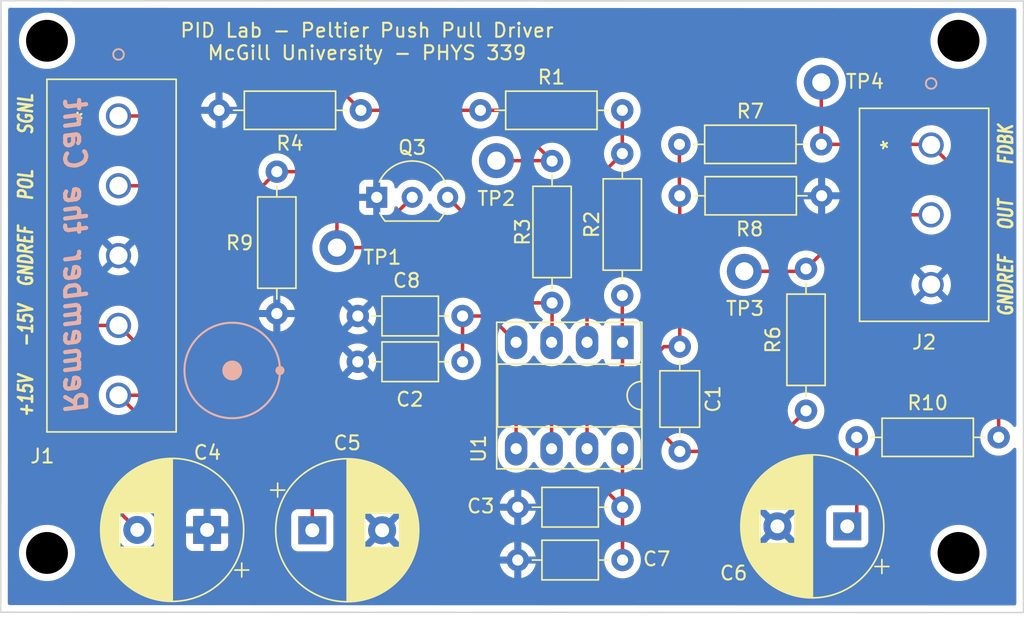
<source format=kicad_pcb>
(kicad_pcb (version 20211014) (generator pcbnew)
  (layers (0 "F.Cu" signal) (31 "B.Cu" signal) (34 "B.Paste" user) (35 "F.Paste" user) (36 "B.SilkS" user "B.Silkscreen") (37 "F.SilkS" user "F.Silkscreen") (38 "B.Mask" user) (39 "F.Mask" user) (44 "Edge.Cuts" user))
  (net 0 "")
  (net 1 "Net-(C1-Pad1)")
  (net 2 "-15V")
  (net 3 "+15V")
  (net 4 "GNDREF")
  (net 5 "Net-(Q3-Pad3)")
  (net 6 "Net-(R1-Pad2)")
  (net 7 "Net-(R2-Pad2)")
  (net 8 "Net-(C1-Pad2)")
  (net 9 "Net-(J2-Pad1)")
  (net 10 "Net-(J2-Pad2)")
  (net 11 "Net-(R10-Pad2)")
  (net 12 "Net-(Q3-Pad2)")
  (net 13 "Net-(R1-Pad1)")
  (footprint "Resistor_THT:R_Axial_DIN0207_L6.3mm_D2.5mm_P10.16mm_Horizontal" (layer "F.Cu") (at 157.734 100.7872 180)
    (fp_text reference "R10" (at 5.08 2.4638) (layer "F.SilkS"))
    (fp_text value "R")
    (pad "1" thru_hole circle locked (at 0 0 180) (size 1.6 1.6) (drill 0.8) (layers *.Cu *.Mask) (net 9 "Net-(J2-Pad1)"))
    (pad "2" thru_hole oval locked (at 10.16 0 180) (size 1.6 1.6) (drill 0.8) (layers *.Cu *.Mask) (net 11 "Net-(R10-Pad2)"))
  )
  (footprint "Capacitor_THT:C_Axial_L3.8mm_D2.6mm_P7.50mm_Horizontal" (layer "F.Cu") (at 134.8994 101.794 90)
    (fp_text reference "C1" (at 3.75 2.3876 90) (layer "F.SilkS"))
    (fp_text value "1 nF")
    (pad "1" thru_hole circle locked (at 0 0 90) (size 1.6 1.6) (drill 0.8) (layers *.Cu *.Mask) (net 1 "Net-(C1-Pad1)"))
    (pad "2" thru_hole oval locked (at 7.5 0 90) (size 1.6 1.6) (drill 0.8) (layers *.Cu *.Mask) (net 8 "Net-(C1-Pad2)"))
  )
  (footprint "Capacitor_THT:CP_Radial_D10.0mm_P5.00mm" (layer "F.Cu") (at 108.585 107.442)
    (fp_text reference "C5" (at 2.5 -6.25) (layer "F.SilkS"))
    (fp_text value "1000 uF")
    (pad "1" thru_hole rect locked (at 0 0) (size 2 2) (drill 1) (layers *.Cu *.Mask) (net 3 "+15V"))
    (pad "2" thru_hole circle locked (at 5 0) (size 2 2) (drill 1) (layers *.Cu *.Mask) (net 4 "GNDREF"))
  )
  (footprint "KiCAD_footprints:1935174" (layer "F.Cu") (at 152.9 79.8535 -90)
    (fp_text reference "J2" (at 14.1265 0.5 180) (layer "F.SilkS"))
    (fp_text value "Conn_01x03" hide)
    (fp_text user "*" (at 0 3.04 90) (layer "F.SilkS"))
    (pad "1" thru_hole circle locked (at 0 0 270) (size 1.8034 1.8034) (drill 1.2954) (layers *.Cu *.Mask) (net 9 "Net-(J2-Pad1)"))
    (pad "2" thru_hole circle locked (at 5 0 270) (size 1.8034 1.8034) (drill 1.2954) (layers *.Cu *.Mask) (net 10 "Net-(J2-Pad2)"))
    (pad "3" thru_hole circle locked (at 10 0 270) (size 1.8034 1.8034) (drill 1.2954) (layers *.Cu *.Mask) (net 4 "GNDREF"))
  )
  (footprint "Package_TO_SOT_THT:TO-92L_Inline_Wide" (layer "F.Cu") (at 113.2 83.6)
    (fp_text reference "Q3" (at 2.54 -3.56) (layer "F.SilkS"))
    (fp_text value "2N7000")
    (pad "1" thru_hole rect locked (at 0 0) (size 1.5 1.5) (drill 0.8) (layers *.Cu *.Mask) (net 4 "GNDREF"))
    (pad "2" thru_hole circle locked (at 2.54 0) (size 1.5 1.5) (drill 0.8) (layers *.Cu *.Mask) (net 12 "Net-(Q3-Pad2)"))
    (pad "3" thru_hole circle locked (at 5.08 0) (size 1.5 1.5) (drill 0.8) (layers *.Cu *.Mask) (net 5 "Net-(Q3-Pad3)"))
  )
  (footprint "KiCAD_footprints:Test_point" (layer "F.Cu") (at 145.034 82.9818)
    (fp_text reference "REF**" hide)
    (fp_text value "TP4" (at 3.1242 -7.6708 unlocked) (layer "F.SilkS"))
    (pad "1" thru_hole circle (at 0 -7.62) (size 2.5 2.5) (drill 1.3) (layers *.Cu *.Mask) (net 9 "Net-(J2-Pad1)"))
  )
  (footprint "Capacitor_THT:CP_Radial_D10.0mm_P5.00mm" (layer "F.Cu") (at 101.052154 107.4166 180)
    (fp_text reference "C4" (at -0.019923 5.5372) (layer "F.SilkS"))
    (fp_text value "1000 uF")
    (pad "1" thru_hole rect locked (at 0 0 180) (size 2 2) (drill 1) (layers *.Cu *.Mask) (net 4 "GNDREF"))
    (pad "2" thru_hole circle locked (at 5 0 180) (size 2 2) (drill 1) (layers *.Cu *.Mask) (net 2 "-15V"))
  )
  (footprint "Capacitor_THT:C_Axial_L3.8mm_D2.6mm_P7.50mm_Horizontal" (layer "F.Cu") (at 130.8008 109.5756 180)
    (fp_text reference "C7" (at -2.4476 0.0762) (layer "F.SilkS"))
    (fp_text value "C_Small")
    (pad "1" thru_hole circle locked (at 0 0 180) (size 1.6 1.6) (drill 0.8) (layers *.Cu *.Mask) (net 3 "+15V"))
    (pad "2" thru_hole oval locked (at 7.5 0 180) (size 1.6 1.6) (drill 0.8) (layers *.Cu *.Mask) (net 4 "GNDREF"))
  )
  (footprint "KiCAD_footprints:1935190" (layer "F.Cu") (at 94.7086 77.774499 -90)
    (fp_text reference "J1" (at 24.358901 5.453 180) (layer "F.SilkS"))
    (fp_text value "Conn_01x05" hide)
    (fp_text user "*" (at 0 2.54 90) (layer "F.SilkS"))
    (pad "1" thru_hole circle locked (at 0 0 270) (size 1.8034 1.8034) (drill 1.2954) (layers *.Cu *.Mask) (net 13 "Net-(R1-Pad1)"))
    (pad "2" thru_hole circle locked (at 5 0 270) (size 1.8034 1.8034) (drill 1.2954) (layers *.Cu *.Mask) (net 12 "Net-(Q3-Pad2)"))
    (pad "3" thru_hole circle locked (at 10 0 270) (size 1.8034 1.8034) (drill 1.2954) (layers *.Cu *.Mask) (net 4 "GNDREF"))
    (pad "4" thru_hole circle locked (at 15.000001 0 270) (size 1.8034 1.8034) (drill 1.2954) (layers *.Cu *.Mask) (net 2 "-15V"))
    (pad "5" thru_hole circle locked (at 20.000001 0 270) (size 1.8034 1.8034) (drill 1.2954) (layers *.Cu *.Mask) (net 3 "+15V"))
  )
  (footprint "Resistor_THT:R_Axial_DIN0207_L6.3mm_D2.5mm_P10.16mm_Horizontal" (layer "F.Cu") (at 134.874 79.8068)
    (fp_text reference "R7" (at 5.08 -2.37) (layer "F.SilkS"))
    (fp_text value "10K")
    (pad "1" thru_hole circle locked (at 0 0) (size 1.6 1.6) (drill 0.8) (layers *.Cu *.Mask) (net 8 "Net-(C1-Pad2)"))
    (pad "2" thru_hole oval locked (at 10.16 0) (size 1.6 1.6) (drill 0.8) (layers *.Cu *.Mask) (net 9 "Net-(J2-Pad1)"))
  )
  (footprint "Capacitor_THT:C_Axial_L3.8mm_D2.6mm_P7.50mm_Horizontal" (layer "F.Cu") (at 130.8008 105.791 180)
    (fp_text reference "C3" (at 10.1508 0.0762) (layer "F.SilkS"))
    (fp_text value "1 uF")
    (pad "1" thru_hole circle locked (at 0 0 180) (size 1.6 1.6) (drill 0.8) (layers *.Cu *.Mask) (net 3 "+15V"))
    (pad "2" thru_hole oval locked (at 7.5 0 180) (size 1.6 1.6) (drill 0.8) (layers *.Cu *.Mask) (net 4 "GNDREF"))
  )
  (footprint "Resistor_THT:R_Axial_DIN0207_L6.3mm_D2.5mm_P10.16mm_Horizontal" (layer "F.Cu") (at 112.0648 77.3684 180)
    (fp_text reference "R4" (at 5.08 -2.37 180) (layer "F.SilkS"))
    (fp_text value "100K")
    (pad "1" thru_hole circle locked (at 0 0 180) (size 1.6 1.6) (drill 0.8) (layers *.Cu *.Mask) (net 13 "Net-(R1-Pad1)"))
    (pad "2" thru_hole oval locked (at 10.16 0 180) (size 1.6 1.6) (drill 0.8) (layers *.Cu *.Mask) (net 4 "GNDREF"))
  )
  (footprint "Resistor_THT:R_Axial_DIN0207_L6.3mm_D2.5mm_P10.16mm_Horizontal" (layer "F.Cu") (at 134.8994 83.4898)
    (fp_text reference "R8" (at 5.0038 2.3876) (layer "F.SilkS"))
    (fp_text value "10K")
    (pad "1" thru_hole circle locked (at 0 0) (size 1.6 1.6) (drill 0.8) (layers *.Cu *.Mask) (net 8 "Net-(C1-Pad2)"))
    (pad "2" thru_hole oval locked (at 10.16 0) (size 1.6 1.6) (drill 0.8) (layers *.Cu *.Mask) (net 4 "GNDREF"))
  )
  (footprint "KiCAD_footprints:mounting hole" (layer "F.Cu") (at 89.5858 77.47)
    (fp_text reference "REF**" hide)
    (fp_text value "mounting hole" hide)
    (pad "" np_thru_hole circle (at 0 -5.08) (size 3.1 3.1) (drill 3) (layers *.Mask))
  )
  (footprint "Package_DIP:DIP-8_W7.62mm_Socket_LongPads" (layer "F.Cu") (at 130.8 93.985 -90)
    (fp_text reference "U1" (at 7.615 10.3024 -90) (layer "F.SilkS"))
    (fp_text value "LF412")
    (pad "1" thru_hole rect locked (at 0 0 270) (size 2.4 1.6) (drill 0.8) (layers *.Cu *.Mask) (net 7 "Net-(R2-Pad2)"))
    (pad "2" thru_hole oval locked (at 0 2.54 270) (size 2.4 1.6) (drill 0.8) (layers *.Cu *.Mask) (net 6 "Net-(R1-Pad2)"))
    (pad "3" thru_hole oval locked (at 0 5.08 270) (size 2.4 1.6) (drill 0.8) (layers *.Cu *.Mask) (net 5 "Net-(Q3-Pad3)"))
    (pad "4" thru_hole oval locked (at 0 7.62 270) (size 2.4 1.6) (drill 0.8) (layers *.Cu *.Mask) (net 2 "-15V"))
    (pad "5" thru_hole oval locked (at 7.62 7.62 270) (size 2.4 1.6) (drill 0.8) (layers *.Cu *.Mask) (net 7 "Net-(R2-Pad2)"))
    (pad "6" thru_hole oval locked (at 7.62 5.08 270) (size 2.4 1.6) (drill 0.8) (layers *.Cu *.Mask) (net 8 "Net-(C1-Pad2)"))
    (pad "7" thru_hole oval locked (at 7.62 2.54 270) (size 2.4 1.6) (drill 0.8) (layers *.Cu *.Mask) (net 1 "Net-(C1-Pad1)"))
    (pad "8" thru_hole oval locked (at 7.62 0 270) (size 2.4 1.6) (drill 0.8) (layers *.Cu *.Mask) (net 3 "+15V"))
  )
  (footprint "Capacitor_THT:C_Axial_L3.8mm_D2.6mm_P7.50mm_Horizontal" (layer "F.Cu") (at 111.8454 92.1004)
    (fp_text reference "C8" (at 3.496 -2.54) (layer "F.SilkS"))
    (fp_text value "C_Small")
    (pad "1" thru_hole circle locked (at 0 0) (size 1.6 1.6) (drill 0.8) (layers *.Cu *.Mask) (net 4 "GNDREF"))
    (pad "2" thru_hole oval locked (at 7.5 0) (size 1.6 1.6) (drill 0.8) (layers *.Cu *.Mask) (net 2 "-15V"))
  )
  (footprint "Capacitor_THT:C_Axial_L3.8mm_D2.6mm_P7.50mm_Horizontal" (layer "F.Cu") (at 111.8454 95.377)
    (fp_text reference "C2" (at 3.7246 2.6924) (layer "F.SilkS"))
    (fp_text value "1 uF")
    (pad "1" thru_hole circle locked (at 0 0) (size 1.6 1.6) (drill 0.8) (layers *.Cu *.Mask) (net 4 "GNDREF"))
    (pad "2" thru_hole oval locked (at 7.5 0) (size 1.6 1.6) (drill 0.8) (layers *.Cu *.Mask) (net 2 "-15V"))
  )
  (footprint "KiCAD_footprints:mounting hole" (layer "F.Cu") (at 89.5858 114.1476)
    (fp_text reference "REF**" hide)
    (fp_text value "mounting hole" hide)
    (pad "" np_thru_hole circle (at 0 -5.08) (size 3.1 3.1) (drill 3) (layers *.Mask))
  )
  (footprint "Resistor_THT:R_Axial_DIN0207_L6.3mm_D2.5mm_P10.16mm_Horizontal" (layer "F.Cu") (at 106.045 81.7626 -90)
    (fp_text reference "R9" (at 5.1054 2.667 180) (layer "F.SilkS"))
    (fp_text value "100K")
    (pad "1" thru_hole circle locked (at 0 0 270) (size 1.6 1.6) (drill 0.8) (layers *.Cu *.Mask) (net 12 "Net-(Q3-Pad2)"))
    (pad "2" thru_hole oval locked (at 10.16 0 270) (size 1.6 1.6) (drill 0.8) (layers *.Cu *.Mask) (net 4 "GNDREF"))
  )
  (footprint "Resistor_THT:R_Axial_DIN0207_L6.3mm_D2.5mm_P10.16mm_Horizontal" (layer "F.Cu") (at 125.7554 81.0006 -90)
    (fp_text reference "R3" (at 5.08 2.1082 -90) (layer "F.SilkS"))
    (fp_text value "10K")
    (pad "1" thru_hole circle locked (at 0 0 270) (size 1.6 1.6) (drill 0.8) (layers *.Cu *.Mask) (net 13 "Net-(R1-Pad1)"))
    (pad "2" thru_hole oval locked (at 10.16 0 270) (size 1.6 1.6) (drill 0.8) (layers *.Cu *.Mask) (net 5 "Net-(Q3-Pad3)"))
  )
  (footprint "KiCAD_footprints:Test_point" (layer "F.Cu") (at 121.7676 88.5952)
    (fp_text reference "REF**" hide)
    (fp_text value "TP2" (at 0 -4.9022 unlocked) (layer "F.SilkS"))
    (pad "1" thru_hole circle (at 0 -7.62) (size 2.5 2.5) (drill 1.3) (layers *.Cu *.Mask) (net 13 "Net-(R1-Pad1)"))
  )
  (footprint "KiCAD_footprints:Test_point" (layer "F.Cu") (at 110.35 94.82)
    (fp_text reference "REF**" hide)
    (fp_text value "TP1" (at 3.25 -6.92 unlocked) (layer "F.SilkS"))
    (pad "1" thru_hole circle (at 0 -7.62) (size 2.5 2.5) (drill 1.3) (layers *.Cu *.Mask) (net 12 "Net-(Q3-Pad2)"))
  )
  (footprint "Resistor_THT:R_Axial_DIN0207_L6.3mm_D2.5mm_P10.16mm_Horizontal" (layer "F.Cu") (at 130.7846 80.4672 -90)
    (fp_text reference "R2" (at 5.08 2.1844 -90) (layer "F.SilkS"))
    (fp_text value "10K")
    (pad "1" thru_hole circle locked (at 0 0 270) (size 1.6 1.6) (drill 0.8) (layers *.Cu *.Mask) (net 6 "Net-(R1-Pad2)"))
    (pad "2" thru_hole oval locked (at 10.16 0 270) (size 1.6 1.6) (drill 0.8) (layers *.Cu *.Mask) (net 7 "Net-(R2-Pad2)"))
  )
  (footprint "KiCAD_footprints:mounting hole" (layer "F.Cu") (at 154.8638 114.1476)
    (fp_text reference "REF**" hide)
    (fp_text value "mounting hole" hide)
    (pad "" np_thru_hole circle (at 0 -5.08) (size 3.1 3.1) (drill 3) (layers *.Mask))
  )
  (footprint "KiCAD_footprints:mounting hole" (layer "F.Cu") (at 154.8638 77.47)
    (fp_text reference "REF**" hide)
    (fp_text value "mounting hole" hide)
    (pad "" np_thru_hole circle (at 0 -5.08) (size 3.1 3.1) (drill 3) (layers *.Mask))
  )
  (footprint "Resistor_THT:R_Axial_DIN0207_L6.3mm_D2.5mm_P10.16mm_Horizontal" (layer "F.Cu") (at 143.9418 98.8822 90)
    (fp_text reference "R6" (at 5.08 -2.37 90) (layer "F.SilkS"))
    (fp_text value "470")
    (pad "1" thru_hole circle locked (at 0 0 90) (size 1.6 1.6) (drill 0.8) (layers *.Cu *.Mask) (net 1 "Net-(C1-Pad1)"))
    (pad "2" thru_hole oval locked (at 10.16 0 90) (size 1.6 1.6) (drill 0.8) (layers *.Cu *.Mask) (net 10 "Net-(J2-Pad2)"))
  )
  (footprint "Resistor_THT:R_Axial_DIN0207_L6.3mm_D2.5mm_P10.16mm_Horizontal" (layer "F.Cu") (at 120.6246 77.3684)
    (fp_text reference "R1" (at 5.08 -2.37) (layer "F.SilkS"))
    (fp_text value "10K")
    (pad "1" thru_hole circle locked (at 0 0) (size 1.6 1.6) (drill 0.8) (layers *.Cu *.Mask) (net 13 "Net-(R1-Pad1)"))
    (pad "2" thru_hole oval locked (at 10.16 0) (size 1.6 1.6) (drill 0.8) (layers *.Cu *.Mask) (net 6 "Net-(R1-Pad2)"))
  )
  (footprint "Capacitor_THT:CP_Radial_D10.0mm_P5.00mm" (layer "F.Cu") (at 146.893677 107.1626 180)
    (fp_text reference "C6" (at 8.133477 -3.3528) (layer "F.SilkS"))
    (fp_text value "C_Small")
    (pad "1" thru_hole rect locked (at 0 0 180) (size 2 2) (drill 1) (layers *.Cu *.Mask) (net 11 "Net-(R10-Pad2)"))
    (pad "2" thru_hole circle locked (at 5 0 180) (size 2 2) (drill 1) (layers *.Cu *.Mask) (net 4 "GNDREF"))
  )
  (footprint "KiCAD_footprints:Test_point" (layer "F.Cu") (at 139.5222 96.52)
    (fp_text reference "REF**" hide)
    (fp_text value "TP3" (at 0.0508 -4.953 unlocked) (layer "F.SilkS"))
    (pad "1" thru_hole circle (at 0 -7.62) (size 2.5 2.5) (drill 1.3) (layers *.Cu *.Mask) (net 10 "Net-(J2-Pad2)"))
  )
  (gr_circle (center 102.85 96) (end 103.485 96) (layer "B.SilkS") (width 0.15) (fill solid))
  (gr_circle (center 106.269579 96) (end 106.519579 96) (layer "B.SilkS") (width 0.15) (fill solid))
  (gr_circle (center 102.85 96) (end 106.26958 96) (layer "B.SilkS") (width 0.15) (fill none))
  (gr_line (start 159.512 69.5452) (end 159.512 113.3348) (layer "Edge.Cuts") (width 0.1))
  (gr_line (start 86.2711 113.3094) (end 86.2965 69.5198) (layer "Edge.Cuts") (width 0.1))
  (gr_line (start 86.2965 69.5198) (end 159.512 69.5452) (layer "Edge.Cuts") (width 0.1))
  (gr_line (start 159.512 113.3348) (end 86.2711 113.3094) (layer "Edge.Cuts") (width 0.1))
  (gr_text "Remember the Cant" (at 91.567 87.8586 270) (layer "B.SilkS") (effects (font (size 1.5 1.5) (thickness 0.3) italic) (justify mirror)))
  (gr_text "GNDREF" (at 158.242 89.916 90) (layer "F.SilkS") (effects (font (size 1 0.75) (thickness 0.1875) italic)))
  (gr_text "POL" (at 88.0618 82.7278 90) (layer "F.SilkS") (effects (font (size 1 0.75) (thickness 0.1875) italic)))
  (gr_text "+15V" (at 88.0618 97.8154 90) (layer "F.SilkS") (effects (font (size 1 0.75) (thickness 0.1875) italic)))
  (gr_text "GNDREF" (at 88.0618 87.8078 90) (layer "F.SilkS") (effects (font (size 1 0.75) (thickness 0.1875) italic)))
  (gr_text "OUT" (at 158.242 84.836 90) (layer "F.SilkS") (effects (font (size 1 0.75) (thickness 0.1875) italic)))
  (gr_text "-15V" (at 88.0618 92.7862 90) (layer "F.SilkS") (effects (font (size 1 0.75) (thickness 0.1875) italic)))
  (gr_text "FDBK" (at 158.242 79.8068 90) (layer "F.SilkS") (effects (font (size 1 0.75) (thickness 0.1875) italic)))
  (gr_text "SGNL" (at 88.0618 77.6478 90) (layer "F.SilkS") (effects (font (size 1 0.75) (thickness 0.1875) italic)))
  (gr_text "PID Lab - Peltier Push Pull Driver\nMcGill University - PHYS 339" (at 112.5 72.45) (layer "F.SilkS") (effects (font (size 1 1))))
  (segment (start 128.26 99.5272) (end 128.27 99.5172) (width 0.25) (layer "F.Cu") (net 1))
  (segment (start 128.26 101.605) (end 128.26 99.5272) (width 0.25) (layer "F.Cu") (net 1))
  (segment (start 132.6226 99.5172) (end 134.8994 101.794) (width 0.25) (layer "F.Cu") (net 1))
  (segment (start 128.27 99.5172) (end 132.6226 99.5172) (width 0.25) (layer "F.Cu") (net 1))
  (segment (start 141.03 101.794) (end 143.9418 98.8822) (width 0.25) (layer "F.Cu") (net 1))
  (segment (start 134.8994 101.794) (end 141.03 101.794) (width 0.25) (layer "F.Cu") (net 1))
  (segment (start 95.7813 93.8472) (end 119.305 93.8472) (width 0.25) (layer "F.Cu") (net 2))
  (segment (start 121.2954 92.1004) (end 123.18 93.985) (width 0.25) (layer "F.Cu") (net 2))
  (segment (start 119.3454 92.1004) (end 121.2954 92.1004) (width 0.25) (layer "F.Cu") (net 2))
  (segment (start 119.305 93.8472) (end 119.3454 93.8876) (width 0.25) (layer "F.Cu") (net 2))
  (segment (start 119.3454 93.8876) (end 119.3454 95.377) (width 0.25) (layer "F.Cu") (net 2))
  (segment (start 89.9922 101.356646) (end 96.052154 107.4166) (width 0.25) (layer "F.Cu") (net 2))
  (segment (start 119.3454 92.1004) (end 119.3454 93.8876) (width 0.25) (layer "F.Cu") (net 2))
  (segment (start 89.9922 94.3864) (end 89.9922 101.356646) (width 0.25) (layer "F.Cu") (net 2))
  (segment (start 94.7086 92.7745) (end 95.7813 93.8472) (width 0.25) (layer "F.Cu") (net 2))
  (segment (start 91.6041 92.7745) (end 89.9922 94.3864) (width 0.25) (layer "F.Cu") (net 2))
  (segment (start 94.7086 92.7745) (end 91.6041 92.7745) (width 0.25) (layer "F.Cu") (net 2))
  (segment (start 107.1471 98.2571) (end 114.5893 98.2571) (width 0.25) (layer "F.Cu") (net 3))
  (segment (start 120.7516 104.4194) (end 129.4292 104.4194) (width 0.25) (layer "F.Cu") (net 3))
  (segment (start 94.7086 97.7745) (end 106.6645 97.7745) (width 0.25) (layer "F.Cu") (net 3))
  (segment (start 106.6645 97.7745) (end 107.1471 98.2571) (width 0.25) (layer "F.Cu") (net 3))
  (segment (start 108.585 101.6254) (end 108.585 107.442) (width 0.25) (layer "F.Cu") (net 3))
  (segment (start 106.5126 99.553) (end 108.585 101.6254) (width 0.25) (layer "F.Cu") (net 3))
  (segment (start 130.8008 105.791) (end 130.8008 109.5756) (width 0.25) (layer "F.Cu") (net 3))
  (segment (start 130.8 101.605) (end 130.8 105.7902) (width 0.25) (layer "F.Cu") (net 3))
  (segment (start 130.8 105.7902) (end 130.8008 105.791) (width 0.25) (layer "F.Cu") (net 3))
  (segment (start 114.5893 98.2571) (end 120.7516 104.4194) (width 0.25) (layer "F.Cu") (net 3))
  (segment (start 94.7086 97.7745) (end 96.4871 99.553) (width 0.25) (layer "F.Cu") (net 3))
  (segment (start 129.4292 104.4194) (end 130.8008 105.791) (width 0.25) (layer "F.Cu") (net 3))
  (segment (start 96.4871 99.553) (end 106.5126 99.553) (width 0.25) (layer "F.Cu") (net 3))
  (segment (start 121.9962 91.1606) (end 125.7554 91.1606) (width 0.25) (layer "F.Cu") (net 5))
  (segment (start 121.57 86.89) (end 121.92 86.89) (width 0.25) (layer "F.Cu") (net 5))
  (segment (start 125.7554 91.1606) (end 125.7554 93.9496) (width 0.25) (layer "F.Cu") (net 5))
  (segment (start 125.7554 93.9496) (end 125.72 93.985) (width 0.25) (layer "F.Cu") (net 5))
  (segment (start 121.92 91.0844) (end 121.9962 91.1606) (width 0.25) (layer "F.Cu") (net 5))
  (segment (start 118.28 83.6) (end 121.57 86.89) (width 0.25) (layer "F.Cu") (net 5))
  (segment (start 121.92 86.89) (end 121.92 91.0844) (width 0.25) (layer "F.Cu") (net 5))
  (segment (start 130.7846 80.4672) (end 128.26 82.9918) (width 0.25) (layer "F.Cu") (net 6))
  (segment (start 128.26 82.9918) (end 128.26 93.985) (width 0.25) (layer "F.Cu") (net 6))
  (segment (start 130.7846 77.3684) (end 130.7846 80.4672) (width 0.25) (layer "F.Cu") (net 6))
  (segment (start 130.8 93.985) (end 130.8 95.6156) (width 0.25) (layer "F.Cu") (net 7))
  (segment (start 130.8 95.6156) (end 129.7432 96.6724) (width 0.25) (layer "F.Cu") (net 7))
  (segment (start 130.7846 93.9696) (end 130.8 93.985) (width 0.25) (layer "F.Cu") (net 7))
  (segment (start 129.7432 96.6724) (end 123.2154 96.6724) (width 0.25) (layer "F.Cu") (net 7))
  (segment (start 130.7846 90.6272) (end 130.7846 93.9696) (width 0.25) (layer "F.Cu") (net 7))
  (segment (start 123.2154 96.6724) (end 123.18 96.7078) (width 0.25) (layer "F.Cu") (net 7))
  (segment (start 123.18 96.7078) (end 123.18 101.605) (width 0.25) (layer "F.Cu") (net 7))
  (segment (start 134.874 79.8068) (end 134.874 83.4644) (width 0.25) (layer "F.Cu") (net 8))
  (segment (start 125.7046 98.2218) (end 125.72 98.2372) (width 0.25) (layer "F.Cu") (net 8))
  (segment (start 134.874 83.4644) (end 134.8994 83.4898) (width 0.25) (layer "F.Cu") (net 8))
  (segment (start 134.8994 94.294) (end 133.76803 94.294) (width 0.25) (layer "F.Cu") (net 8))
  (segment (start 133.76803 94.294) (end 129.84023 98.2218) (width 0.25) (layer "F.Cu") (net 8))
  (segment (start 125.72 98.2372) (end 125.72 101.605) (width 0.25) (layer "F.Cu") (net 8))
  (segment (start 134.8994 83.4898) (end 134.8994 94.294) (width 0.25) (layer "F.Cu") (net 8))
  (segment (start 129.84023 98.2218) (end 125.7046 98.2218) (width 0.25) (layer "F.Cu") (net 8))
  (segment (start 145.034 79.8068) (end 152.8533 79.8068) (width 0.25) (layer "F.Cu") (net 9))
  (segment (start 145.034 75.3618) (end 145.034 79.8068) (width 0.25) (layer "F.Cu") (net 9))
  (segment (start 152.9 79.8535) (end 156.4894 83.4429) (width 0.25) (layer "F.Cu") (net 9))
  (segment (start 152.8533 79.8068) (end 152.9 79.8535) (width 0.25) (layer "F.Cu") (net 9))
  (segment (start 156.4894 83.4429) (end 156.4894 98.1456) (width 0.25) (layer "F.Cu") (net 9))
  (segment (start 157.734 99.3902) (end 157.734 100.7872) (width 0.25) (layer "F.Cu") (net 9))
  (segment (start 156.4894 98.1456) (end 157.734 99.3902) (width 0.25) (layer "F.Cu") (net 9))
  (segment (start 139.5222 88.9) (end 143.764 88.9) (width 0.25) (layer "F.Cu") (net 10))
  (segment (start 152.9 84.8535) (end 147.8105 84.8535) (width 0.25) (layer "F.Cu") (net 10))
  (segment (start 147.8105 84.8535) (end 143.764 88.9) (width 0.25) (layer "F.Cu") (net 10))
  (segment (start 143.764 88.9) (end 143.9418 88.7222) (width 0.25) (layer "F.Cu") (net 10))
  (segment (start 147.574 100.7872) (end 147.574 106.482277) (width 0.25) (layer "F.Cu") (net 11))
  (segment (start 147.574 106.482277) (end 146.893677 107.1626) (width 0.25) (layer "F.Cu") (net 11))
  (segment (start 110.35 81.8004) (end 110.35 87.2) (width 0.25) (layer "F.Cu") (net 12))
  (segment (start 112.14 87.2) (end 115.74 83.6) (width 0.25) (layer "F.Cu") (net 12))
  (segment (start 106.045 81.7626) (end 110.3122 81.7626) (width 0.25) (layer "F.Cu") (net 12))
  (segment (start 109.9904 87.0404) (end 110.6 87.65) (width 0.25) (layer "F.Cu") (net 12))
  (segment (start 106.045 81.7626) (end 105.033101 82.774499) (width 0.25) (layer "F.Cu") (net 12))
  (segment (start 105.033101 82.774499) (end 94.7086 82.774499) (width 0.25) (layer "F.Cu") (net 12))
  (segment (start 110.35 87.2) (end 112.14 87.2) (width 0.25) (layer "F.Cu") (net 12))
  (segment (start 110.3122 81.7626) (end 110.35 81.8004) (width 0.25) (layer "F.Cu") (net 12))
  (segment (start 99.8474 75.3976) (end 110.094 75.3976) (width 0.25) (layer "F.Cu") (net 13))
  (segment (start 121.7676 80.9752) (end 125.73 80.9752) (width 0.25) (layer "F.Cu") (net 13))
  (segment (start 120.6246 77.3684) (end 122.1232 77.3684) (width 0.25) (layer "F.Cu") (net 13))
  (segment (start 125.73 80.9752) (end 125.7554 81.0006) (width 0.25) (layer "F.Cu") (net 13))
  (segment (start 110.094 75.3976) (end 112.0648 77.3684) (width 0.25) (layer "F.Cu") (net 13))
  (segment (start 122.1232 77.3684) (end 125.7554 81.0006) (width 0.25) (layer "F.Cu") (net 13))
  (segment (start 112.0648 77.3684) (end 120.6246 77.3684) (width 0.25) (layer "F.Cu") (net 13))
  (segment (start 94.7086 77.774499) (end 97.470501 77.774499) (width 0.25) (layer "F.Cu") (net 13))
  (segment (start 97.470501 77.774499) (end 99.8474 75.3976) (width 0.25) (layer "F.Cu") (net 13))
  (zone (net 4) (net_name "GNDREF") (layer "B.Cu") (connect_pads (clearance 0.508)) (min_thickness 0.254) (fill yes (thermal_gap 0.508) (thermal_bridge_width 0.508))
    (polygon (pts (xy 159.4 69.65) (xy 159.45 113.25) (xy 86.4 113.2) (xy 86.4 69.6)))
  )
)
</source>
